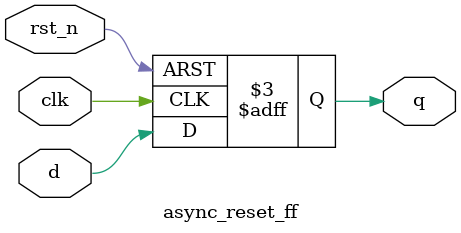
<source format=sv>
`timescale 1ns / 1ps


module async_reset_ff (
    input  logic clk,
    input  logic rst_n,   // active-low async reset
    input  logic d,
    output logic q
);

    always_ff @(posedge clk or negedge rst_n) begin
        if (!rst_n)
            q <= 1'b0;
        else
            q <= d;
    end

endmodule

</source>
